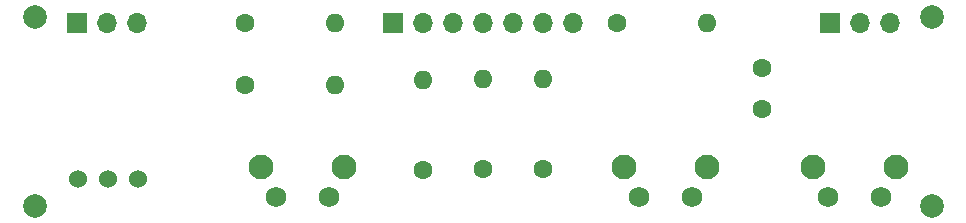
<source format=gbr>
%TF.GenerationSoftware,KiCad,Pcbnew,(5.1.9)-1*%
%TF.CreationDate,2021-06-14T22:58:48+01:00*%
%TF.ProjectId,bikepixel rear,62696b65-7069-4786-956c-20726561722e,v0.5*%
%TF.SameCoordinates,Original*%
%TF.FileFunction,Soldermask,Bot*%
%TF.FilePolarity,Negative*%
%FSLAX46Y46*%
G04 Gerber Fmt 4.6, Leading zero omitted, Abs format (unit mm)*
G04 Created by KiCad (PCBNEW (5.1.9)-1) date 2021-06-14 22:58:48*
%MOMM*%
%LPD*%
G01*
G04 APERTURE LIST*
%ADD10C,2.000000*%
%ADD11C,2.100000*%
%ADD12C,1.750000*%
%ADD13C,1.600000*%
%ADD14R,1.700000X1.700000*%
%ADD15O,1.700000X1.700000*%
%ADD16O,1.600000X1.600000*%
%ADD17C,1.524000*%
G04 APERTURE END LIST*
D10*
%TO.C,H3*%
X179578000Y-124968000D03*
%TD*%
%TO.C,H4*%
X179578000Y-108966000D03*
%TD*%
%TO.C,H2*%
X103632000Y-124968000D03*
%TD*%
%TO.C,H1*%
X103632000Y-108966000D03*
%TD*%
D11*
%TO.C,SW2*%
X160508000Y-121716000D03*
D12*
X159258000Y-124206000D03*
X154758000Y-124206000D03*
D11*
X153498000Y-121716000D03*
%TD*%
D13*
%TO.C,C1*%
X165227000Y-113284000D03*
X165227000Y-116784000D03*
%TD*%
D14*
%TO.C,J1*%
X107188000Y-109474000D03*
D15*
X109728000Y-109474000D03*
X112268000Y-109474000D03*
%TD*%
D14*
%TO.C,J2*%
X133985000Y-109474000D03*
D15*
X136525000Y-109474000D03*
X139065000Y-109474000D03*
X141605000Y-109474000D03*
X144145000Y-109474000D03*
X146685000Y-109474000D03*
X149225000Y-109474000D03*
%TD*%
%TO.C,J3*%
X176022000Y-109474000D03*
X173482000Y-109474000D03*
D14*
X170942000Y-109474000D03*
%TD*%
D16*
%TO.C,R1*%
X129032000Y-109474000D03*
D13*
X121412000Y-109474000D03*
%TD*%
%TO.C,R2*%
X121412000Y-114744500D03*
D16*
X129032000Y-114744500D03*
%TD*%
%TO.C,R3*%
X136525000Y-114300000D03*
D13*
X136525000Y-121920000D03*
%TD*%
%TO.C,R4*%
X141605000Y-121856500D03*
D16*
X141605000Y-114236500D03*
%TD*%
%TO.C,R5*%
X146685000Y-114236500D03*
D13*
X146685000Y-121856500D03*
%TD*%
%TO.C,R6*%
X152908000Y-109474000D03*
D16*
X160528000Y-109474000D03*
%TD*%
D17*
%TO.C,SW0*%
X107315000Y-122682000D03*
X109855000Y-122682000D03*
X112395000Y-122682000D03*
%TD*%
D11*
%TO.C,SW1*%
X122764000Y-121716000D03*
D12*
X124024000Y-124206000D03*
X128524000Y-124206000D03*
D11*
X129774000Y-121716000D03*
%TD*%
%TO.C,SW3*%
X169500000Y-121716000D03*
D12*
X170760000Y-124206000D03*
X175260000Y-124206000D03*
D11*
X176510000Y-121716000D03*
%TD*%
M02*

</source>
